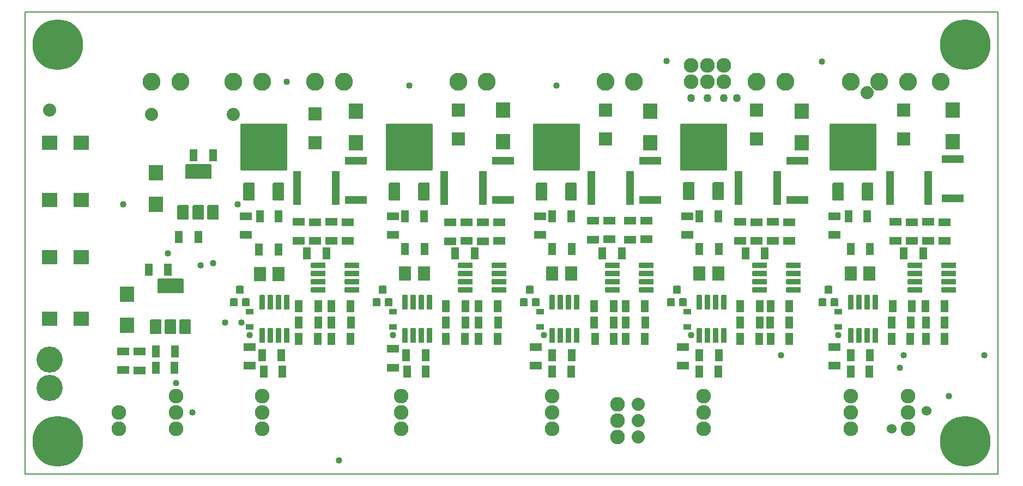
<source format=gbr>
G04 PROTEUS GERBER X2 FILE*
%TF.GenerationSoftware,Labcenter,Proteus,8.7-SP3-Build25561*%
%TF.CreationDate,2021-04-27T11:42:45+00:00*%
%TF.FileFunction,Soldermask,Top*%
%TF.FilePolarity,Negative*%
%TF.Part,Single*%
%TF.SameCoordinates,{6203c4a4-ae23-4678-9b2e-be1f49d5fe9b}*%
%FSLAX45Y45*%
%MOMM*%
G01*
%TA.AperFunction,Material*%
%ADD43C,1.524000*%
%ADD44C,1.016000*%
%ADD45C,2.032000*%
%ADD46C,1.270000*%
%AMPPAD041*
4,1,4,
0.596900,-2.654300,
-0.596900,-2.654300,
-0.596900,2.654300,
0.596900,2.654300,
0.596900,-2.654300,
0*%
%TA.AperFunction,Material*%
%ADD47PPAD041*%
%TA.AperFunction,Material*%
%ADD48C,4.064000*%
%ADD49C,2.794000*%
%ADD50C,2.286000*%
%AMPPAD045*
4,1,36,
-0.762000,1.143000,
0.762000,1.143000,
0.787970,1.140470,
0.811980,1.133200,
0.833580,1.121650,
0.852290,1.106290,
0.867650,1.087570,
0.879200,1.065980,
0.886470,1.041970,
0.889000,1.016000,
0.889000,-1.016000,
0.886470,-1.041970,
0.879200,-1.065980,
0.867650,-1.087570,
0.852290,-1.106290,
0.833580,-1.121650,
0.811980,-1.133200,
0.787970,-1.140470,
0.762000,-1.143000,
-0.762000,-1.143000,
-0.787970,-1.140470,
-0.811980,-1.133200,
-0.833580,-1.121650,
-0.852290,-1.106290,
-0.867650,-1.087570,
-0.879200,-1.065980,
-0.886470,-1.041970,
-0.889000,-1.016000,
-0.889000,1.016000,
-0.886470,1.041970,
-0.879200,1.065980,
-0.867650,1.087570,
-0.852290,1.106290,
-0.833580,1.121650,
-0.811980,1.133200,
-0.787970,1.140470,
-0.762000,1.143000,
0*%
%TA.AperFunction,Material*%
%ADD51PPAD045*%
%AMPPAD046*
4,1,36,
2.032000,1.016000,
2.032000,-1.016000,
2.029470,-1.041970,
2.022200,-1.065980,
2.010650,-1.087580,
1.995290,-1.106290,
1.976570,-1.121650,
1.954980,-1.133200,
1.930970,-1.140470,
1.905000,-1.143000,
-1.905000,-1.143000,
-1.930970,-1.140470,
-1.954980,-1.133200,
-1.976570,-1.121650,
-1.995290,-1.106290,
-2.010650,-1.087580,
-2.022200,-1.065980,
-2.029470,-1.041970,
-2.032000,-1.016000,
-2.032000,1.016000,
-2.029470,1.041970,
-2.022200,1.065980,
-2.010650,1.087580,
-1.995290,1.106290,
-1.976570,1.121650,
-1.954980,1.133200,
-1.930970,1.140470,
-1.905000,1.143000,
1.905000,1.143000,
1.930970,1.140470,
1.954980,1.133200,
1.976570,1.121650,
1.995290,1.106290,
2.010650,1.087580,
2.022200,1.065980,
2.029470,1.041970,
2.032000,1.016000,
0*%
%ADD52PPAD046*%
%AMPPAD047*
4,1,4,
-0.571500,0.901700,
0.571500,0.901700,
0.571500,-0.901700,
-0.571500,-0.901700,
-0.571500,0.901700,
0*%
%TA.AperFunction,Material*%
%ADD53PPAD047*%
%AMPPAD048*
4,1,4,
1.054100,-1.054100,
-1.054100,-1.054100,
-1.054100,1.054100,
1.054100,1.054100,
1.054100,-1.054100,
0*%
%ADD54PPAD048*%
%AMPPAD049*
4,1,4,
1.130300,-1.181100,
-1.130300,-1.181100,
-1.130300,1.181100,
1.130300,1.181100,
1.130300,-1.181100,
0*%
%ADD55PPAD049*%
%AMPPAD050*
4,1,4,
1.701800,0.622300,
1.701800,-0.622300,
-1.701800,-0.622300,
-1.701800,0.622300,
1.701800,0.622300,
0*%
%ADD56PPAD050*%
%AMPPAD051*
4,1,36,
-3.492500,3.619500,
3.492500,3.619500,
3.518470,3.616970,
3.542480,3.609700,
3.564080,3.598150,
3.582790,3.582790,
3.598150,3.564070,
3.609700,3.542480,
3.616970,3.518470,
3.619500,3.492500,
3.619500,-3.492500,
3.616970,-3.518470,
3.609700,-3.542480,
3.598150,-3.564070,
3.582790,-3.582790,
3.564080,-3.598150,
3.542480,-3.609700,
3.518470,-3.616970,
3.492500,-3.619500,
-3.492500,-3.619500,
-3.518470,-3.616970,
-3.542480,-3.609700,
-3.564080,-3.598150,
-3.582790,-3.582790,
-3.598150,-3.564070,
-3.609700,-3.542480,
-3.616970,-3.518470,
-3.619500,-3.492500,
-3.619500,3.492500,
-3.616970,3.518470,
-3.609700,3.542480,
-3.598150,3.564070,
-3.582790,3.582790,
-3.564080,3.598150,
-3.542480,3.609700,
-3.518470,3.616970,
-3.492500,3.619500,
0*%
%TA.AperFunction,Material*%
%ADD57PPAD051*%
%AMPPAD052*
4,1,36,
-0.762000,1.397000,
0.762000,1.397000,
0.787970,1.394470,
0.811980,1.387200,
0.833580,1.375650,
0.852290,1.360290,
0.867650,1.341570,
0.879200,1.319980,
0.886470,1.295970,
0.889000,1.270000,
0.889000,-1.270000,
0.886470,-1.295970,
0.879200,-1.319980,
0.867650,-1.341570,
0.852290,-1.360290,
0.833580,-1.375650,
0.811980,-1.387200,
0.787970,-1.394470,
0.762000,-1.397000,
-0.762000,-1.397000,
-0.787970,-1.394470,
-0.811980,-1.387200,
-0.833580,-1.375650,
-0.852290,-1.360290,
-0.867650,-1.341570,
-0.879200,-1.319980,
-0.886470,-1.295970,
-0.889000,-1.270000,
-0.889000,1.270000,
-0.886470,1.295970,
-0.879200,1.319980,
-0.867650,1.341570,
-0.852290,1.360290,
-0.833580,1.375650,
-0.811980,1.387200,
-0.787970,1.394470,
-0.762000,1.397000,
0*%
%ADD58PPAD052*%
%AMPPAD053*
4,1,36,
0.317500,-1.143000,
-0.317500,-1.143000,
-0.343470,-1.140470,
-0.367480,-1.133200,
-0.389080,-1.121650,
-0.407790,-1.106290,
-0.423150,-1.087570,
-0.434700,-1.065980,
-0.441970,-1.041970,
-0.444500,-1.016000,
-0.444500,1.016000,
-0.441970,1.041970,
-0.434700,1.065980,
-0.423150,1.087570,
-0.407790,1.106290,
-0.389080,1.121650,
-0.367480,1.133200,
-0.343470,1.140470,
-0.317500,1.143000,
0.317500,1.143000,
0.343470,1.140470,
0.367480,1.133200,
0.389080,1.121650,
0.407790,1.106290,
0.423150,1.087570,
0.434700,1.065980,
0.441970,1.041970,
0.444500,1.016000,
0.444500,-1.016000,
0.441970,-1.041970,
0.434700,-1.065980,
0.423150,-1.087570,
0.407790,-1.106290,
0.389080,-1.121650,
0.367480,-1.133200,
0.343470,-1.140470,
0.317500,-1.143000,
0*%
%TA.AperFunction,Material*%
%ADD59PPAD053*%
%AMPPAD054*
4,1,4,
0.901700,0.571500,
0.901700,-0.571500,
-0.901700,-0.571500,
-0.901700,0.571500,
0.901700,0.571500,
0*%
%TA.AperFunction,Material*%
%ADD60PPAD054*%
%AMPPAD055*
4,1,4,
-0.901700,1.130300,
0.901700,1.130300,
0.901700,-1.130300,
-0.901700,-1.130300,
-0.901700,1.130300,
0*%
%ADD61PPAD055*%
%AMPPAD056*
4,1,36,
0.571500,0.317500,
0.571500,-0.317500,
0.568970,-0.343470,
0.561700,-0.367480,
0.550150,-0.389080,
0.534790,-0.407790,
0.516070,-0.423150,
0.494480,-0.434700,
0.470470,-0.441970,
0.444500,-0.444500,
-0.444500,-0.444500,
-0.470470,-0.441970,
-0.494480,-0.434700,
-0.516070,-0.423150,
-0.534790,-0.407790,
-0.550150,-0.389080,
-0.561700,-0.367480,
-0.568970,-0.343470,
-0.571500,-0.317500,
-0.571500,0.317500,
-0.568970,0.343470,
-0.561700,0.367480,
-0.550150,0.389080,
-0.534790,0.407790,
-0.516070,0.423150,
-0.494480,0.434700,
-0.470470,0.441970,
-0.444500,0.444500,
0.444500,0.444500,
0.470470,0.441970,
0.494480,0.434700,
0.516070,0.423150,
0.534790,0.407790,
0.550150,0.389080,
0.561700,0.367480,
0.568970,0.343470,
0.571500,0.317500,
0*%
%ADD62PPAD056*%
%AMPPAD057*
4,1,36,
0.444500,-0.635000,
-0.444500,-0.635000,
-0.470470,-0.632470,
-0.494480,-0.625200,
-0.516080,-0.613650,
-0.534790,-0.598290,
-0.550150,-0.579570,
-0.561700,-0.557980,
-0.568970,-0.533970,
-0.571500,-0.508000,
-0.571500,0.508000,
-0.568970,0.533970,
-0.561700,0.557980,
-0.550150,0.579570,
-0.534790,0.598290,
-0.516080,0.613650,
-0.494480,0.625200,
-0.470470,0.632470,
-0.444500,0.635000,
0.444500,0.635000,
0.470470,0.632470,
0.494480,0.625200,
0.516080,0.613650,
0.534790,0.598290,
0.550150,0.579570,
0.561700,0.557980,
0.568970,0.533970,
0.571500,0.508000,
0.571500,-0.508000,
0.568970,-0.533970,
0.561700,-0.557980,
0.550150,-0.579570,
0.534790,-0.598290,
0.516080,-0.613650,
0.494480,-0.625200,
0.470470,-0.632470,
0.444500,-0.635000,
0*%
%TA.AperFunction,Material*%
%ADD63PPAD057*%
%AMPPAD058*
4,1,36,
-1.143000,-0.317500,
-1.143000,0.317500,
-1.140470,0.343470,
-1.133200,0.367480,
-1.121650,0.389080,
-1.106290,0.407790,
-1.087570,0.423150,
-1.065980,0.434700,
-1.041970,0.441970,
-1.016000,0.444500,
1.016000,0.444500,
1.041970,0.441970,
1.065980,0.434700,
1.087570,0.423150,
1.106290,0.407790,
1.121650,0.389080,
1.133200,0.367480,
1.140470,0.343470,
1.143000,0.317500,
1.143000,-0.317500,
1.140470,-0.343470,
1.133200,-0.367480,
1.121650,-0.389080,
1.106290,-0.407790,
1.087570,-0.423150,
1.065980,-0.434700,
1.041970,-0.441970,
1.016000,-0.444500,
-1.016000,-0.444500,
-1.041970,-0.441970,
-1.065980,-0.434700,
-1.087570,-0.423150,
-1.106290,-0.407790,
-1.121650,-0.389080,
-1.133200,-0.367480,
-1.140470,-0.343470,
-1.143000,-0.317500,
0*%
%TA.AperFunction,Material*%
%ADD64PPAD058*%
%AMPPAD059*
4,1,4,
-1.181100,-1.130300,
-1.181100,1.130300,
1.181100,1.130300,
1.181100,-1.130300,
-1.181100,-1.130300,
0*%
%TA.AperFunction,Material*%
%ADD65PPAD059*%
%TA.AperFunction,Material*%
%ADD66C,7.874000*%
%TA.AperFunction,Profile*%
%ADD37C,0.203200*%
%TD.AperFunction*%
D43*
X+6858000Y-3556000D03*
D44*
X-4381500Y-825500D03*
X-3873500Y-1016000D03*
X-3111500Y-2095500D03*
X-889000Y-2095500D03*
X+1460500Y-2095500D03*
X+3746500Y-2095500D03*
X+6032500Y-2095500D03*
X-5080000Y-63500D03*
D45*
X-4635500Y+1333500D03*
X-3365500Y+1333500D03*
X+6477000Y+1667185D03*
X+2921000Y-3175000D03*
X+2921000Y-3429000D03*
X+2921000Y-3683000D03*
D46*
X+4457601Y+1587500D03*
X+4254500Y+1587500D03*
X+4000500Y+1587500D03*
X+3746500Y+1587500D03*
D44*
X-4000500Y-3302000D03*
X-4254500Y-2844450D03*
D43*
X+7400945Y-3273445D03*
D44*
X+7747000Y-3048000D03*
X+7048500Y-2413000D03*
X+5143500Y-2413000D03*
X+6985000Y-2603500D03*
X+8295505Y-2412861D03*
D45*
X-6223000Y+1397000D03*
D44*
X+3365500Y+2159000D03*
X+5774838Y+2150575D03*
X+1651000Y+1778000D03*
X-635000Y+1778000D03*
X-2540000Y+1841500D03*
X-3684182Y-979154D03*
X-1724959Y-4050313D03*
X-3302000Y-63500D03*
X-3492500Y-1905000D03*
X-3238500Y-1905000D03*
D47*
X-1778000Y+190500D03*
X-2378000Y+190500D03*
D48*
X-6223000Y-2476500D03*
X-6223000Y-2921000D03*
D49*
X-2095500Y+1841500D03*
X-1651000Y+1841500D03*
D50*
X-2921000Y-3556000D03*
X-2921000Y-3048000D03*
X-2921000Y-3302000D03*
D51*
X-4145280Y-190500D03*
D52*
X-3914140Y+439420D03*
D51*
X-3914140Y-190500D03*
X-3683000Y-190500D03*
D53*
X-3983000Y+698500D03*
X-3683000Y+698500D03*
X-4214140Y-571500D03*
X-3914140Y-571500D03*
D54*
X-2095500Y+1339000D03*
X-2095500Y+889000D03*
D55*
X-1460500Y+889000D03*
X-1460500Y+1379000D03*
X-4572000Y-63500D03*
X-4572000Y+426500D03*
D56*
X-1460500Y+610000D03*
X-1460500Y+0D03*
D57*
X-2895600Y+817880D03*
D58*
X-3124200Y+127000D03*
X-2667000Y+127000D03*
D59*
X-2921000Y-2108200D03*
X-2794000Y-2108200D03*
X-2667000Y-2108200D03*
X-2540000Y-2108200D03*
X-2540000Y-1587500D03*
X-2667000Y-1587500D03*
X-2794000Y-1587500D03*
X-2921000Y-1587500D03*
D53*
X-2667000Y-254000D03*
X-2957000Y-254000D03*
D60*
X-3175000Y-254000D03*
X-3175000Y-544000D03*
D53*
X-2967000Y-768350D03*
X-2667000Y-768350D03*
D61*
X-2957000Y-1149350D03*
X-2667000Y-1149350D03*
D62*
X-3111500Y-1968500D03*
X-3111500Y-1733550D03*
D53*
X-2921000Y-2413000D03*
X-2621000Y-2413000D03*
X-2893500Y-2667000D03*
X-2603500Y-2667000D03*
D63*
X-3268980Y-1397000D03*
X-3362960Y-1587500D03*
X-3175000Y-1587500D03*
D60*
X-3111500Y-2286000D03*
X-3111500Y-2576000D03*
X-1587500Y-635000D03*
X-1587500Y-345000D03*
X-2095500Y-635000D03*
X-2095500Y-345000D03*
X-1841500Y-335000D03*
X-1841500Y-635000D03*
D64*
X-2044700Y-1016000D03*
X-2044700Y-1143000D03*
X-2044700Y-1270000D03*
X-2044700Y-1397000D03*
X-1524000Y-1397000D03*
X-1524000Y-1270000D03*
X-1524000Y-1143000D03*
X-1524000Y-1016000D03*
D53*
X-2222500Y-825500D03*
X-1922500Y-825500D03*
X-1841500Y-2159000D03*
X-1551500Y-2159000D03*
X-1841500Y-1651000D03*
X-1551500Y-1651000D03*
X-2349500Y-2159000D03*
X-2059500Y-2159000D03*
X-2349500Y-1651000D03*
X-2049500Y-1651000D03*
X-2349500Y-1905000D03*
X-2049500Y-1905000D03*
X-1841500Y-1905000D03*
X-1541500Y-1905000D03*
D60*
X-2349500Y-335000D03*
X-2349500Y-635000D03*
D57*
X-635000Y+817880D03*
D58*
X-863600Y+127000D03*
X-406400Y+127000D03*
D47*
X+508000Y+190500D03*
X-92000Y+190500D03*
D54*
X+127000Y+1397000D03*
X+127000Y+947000D03*
D55*
X+825500Y+907000D03*
X+825500Y+1397000D03*
D56*
X+825500Y+610000D03*
X+825500Y+0D03*
D64*
X+241300Y-1016000D03*
X+241300Y-1143000D03*
X+241300Y-1270000D03*
X+241300Y-1397000D03*
X+762000Y-1397000D03*
X+762000Y-1270000D03*
X+762000Y-1143000D03*
X+762000Y-1016000D03*
D60*
X-889000Y-254000D03*
X-889000Y-544000D03*
D53*
X-408500Y-254000D03*
X-698500Y-254000D03*
X-698500Y-762000D03*
X-398500Y-762000D03*
D61*
X-698500Y-1143000D03*
X-408500Y-1143000D03*
D63*
X-1046480Y-1397000D03*
X-1140460Y-1587500D03*
X-952500Y-1587500D03*
D62*
X-889000Y-1968500D03*
X-889000Y-1733550D03*
D59*
X-698500Y-2108200D03*
X-571500Y-2108200D03*
X-444500Y-2108200D03*
X-317500Y-2108200D03*
X-317500Y-1587500D03*
X-444500Y-1587500D03*
X-571500Y-1587500D03*
X-698500Y-1587500D03*
D60*
X-889000Y-2313500D03*
X-889000Y-2603500D03*
D53*
X-671000Y-2667000D03*
X-381000Y-2667000D03*
X-681000Y-2413000D03*
X-381000Y-2413000D03*
D60*
X+0Y-345000D03*
X+0Y-645000D03*
X+508000Y-345000D03*
X+508000Y-645000D03*
X+762000Y-635000D03*
X+762000Y-345000D03*
X+254000Y-635000D03*
X+254000Y-345000D03*
D53*
X+81000Y-825500D03*
X+381000Y-825500D03*
X-63500Y-1651000D03*
X+236500Y-1651000D03*
X-63500Y-1905000D03*
X+236500Y-1905000D03*
X-63500Y-2159000D03*
X+226500Y-2159000D03*
X+444500Y-1651000D03*
X+734500Y-1651000D03*
X+444500Y-2159000D03*
X+734500Y-2159000D03*
X+444500Y-1905000D03*
X+744500Y-1905000D03*
D49*
X+571500Y+1841500D03*
X+127000Y+1841500D03*
D50*
X-762000Y-3556000D03*
X-762000Y-3302000D03*
X-762000Y-3048000D03*
D55*
X+3111500Y+889000D03*
X+3111500Y+1379000D03*
D54*
X+2413000Y+1397000D03*
X+2413000Y+947000D03*
D62*
X+1397000Y-1968500D03*
X+1397000Y-1733550D03*
D47*
X+2794000Y+190500D03*
X+2194000Y+190500D03*
D63*
X+1239520Y-1397000D03*
X+1145540Y-1587500D03*
X+1333500Y-1587500D03*
D57*
X+1651000Y+817880D03*
D58*
X+1422400Y+127000D03*
X+1879600Y+127000D03*
D50*
X+1587500Y-3302000D03*
X+1587500Y-3556000D03*
X+1587500Y-3048000D03*
D64*
X+2527300Y-1016000D03*
X+2527300Y-1143000D03*
X+2527300Y-1270000D03*
X+2527300Y-1397000D03*
X+3048000Y-1397000D03*
X+3048000Y-1270000D03*
X+3048000Y-1143000D03*
X+3048000Y-1016000D03*
D59*
X+1587500Y-2108200D03*
X+1714500Y-2108200D03*
X+1841500Y-2108200D03*
X+1968500Y-2108200D03*
X+1968500Y-1587500D03*
X+1841500Y-1587500D03*
X+1714500Y-1587500D03*
X+1587500Y-1587500D03*
D56*
X+3111500Y+610000D03*
X+3111500Y+0D03*
D49*
X+2857500Y+1841500D03*
X+2413000Y+1841500D03*
D53*
X+1587500Y-762000D03*
X+1887500Y-762000D03*
D61*
X+1587500Y-1143000D03*
X+1877500Y-1143000D03*
D60*
X+1397000Y-254000D03*
X+1397000Y-544000D03*
D53*
X+1877500Y-254000D03*
X+1587500Y-254000D03*
X+1587500Y-2667000D03*
X+1877500Y-2667000D03*
D60*
X+1333500Y-2286000D03*
X+1333500Y-2576000D03*
D53*
X+1587500Y-2413000D03*
X+1887500Y-2413000D03*
D60*
X+2222500Y-317500D03*
X+2222500Y-617500D03*
X+2476500Y-607500D03*
X+2476500Y-317500D03*
X+3048000Y-607500D03*
X+3048000Y-317500D03*
X+2794000Y-617500D03*
X+2794000Y-317500D03*
D53*
X+2367000Y-825500D03*
X+2667000Y-825500D03*
X+2730500Y-2159000D03*
X+3020500Y-2159000D03*
X+2730500Y-1651000D03*
X+3020500Y-1651000D03*
X+2250000Y-2159000D03*
X+2540000Y-2159000D03*
X+2240000Y-1905000D03*
X+2540000Y-1905000D03*
X+2730500Y-1905000D03*
X+3030500Y-1905000D03*
X+2240000Y-1651000D03*
X+2540000Y-1651000D03*
D55*
X+5461000Y+889000D03*
X+5461000Y+1379000D03*
D54*
X+4762500Y+1397000D03*
X+4762500Y+947000D03*
D62*
X+3683000Y-1968500D03*
X+3683000Y-1733550D03*
D50*
X+3937000Y-3556000D03*
X+6223000Y-3556000D03*
X+3937000Y-3048000D03*
X+6223000Y-3048000D03*
D47*
X+5080000Y+190500D03*
X+4480000Y+190500D03*
D50*
X+3937000Y-3302000D03*
X+6223000Y-3302000D03*
D63*
X+3525520Y-1397000D03*
X+3431540Y-1587500D03*
X+3619500Y-1587500D03*
D57*
X+3937000Y+825500D03*
D58*
X+3708400Y+134620D03*
X+4165600Y+134620D03*
D63*
X+5875020Y-1397000D03*
X+5781040Y-1587500D03*
X+5969000Y-1587500D03*
D57*
X+6261100Y+817880D03*
D58*
X+6032500Y+127000D03*
X+6489700Y+127000D03*
D49*
X+5207000Y+1841500D03*
X+4762500Y+1841500D03*
X+7620000Y+1841500D03*
X+7112000Y+1841500D03*
D56*
X+5397500Y+610000D03*
X+5397500Y+0D03*
X+7810500Y+635000D03*
X+7810500Y+25000D03*
D64*
X+4813300Y-1016000D03*
X+4813300Y-1143000D03*
X+4813300Y-1270000D03*
X+4813300Y-1397000D03*
X+5334000Y-1397000D03*
X+5334000Y-1270000D03*
X+5334000Y-1143000D03*
X+5334000Y-1016000D03*
D59*
X+3873500Y-2108200D03*
X+4000500Y-2108200D03*
X+4127500Y-2108200D03*
X+4254500Y-2108200D03*
X+4254500Y-1587500D03*
X+4127500Y-1587500D03*
X+4000500Y-1587500D03*
X+3873500Y-1587500D03*
D64*
X+7226300Y-1016000D03*
X+7226300Y-1143000D03*
X+7226300Y-1270000D03*
X+7226300Y-1397000D03*
X+7747000Y-1397000D03*
X+7747000Y-1270000D03*
X+7747000Y-1143000D03*
X+7747000Y-1016000D03*
D59*
X+6223000Y-2108200D03*
X+6350000Y-2108200D03*
X+6477000Y-2108200D03*
X+6604000Y-2108200D03*
X+6604000Y-1587500D03*
X+6477000Y-1587500D03*
X+6350000Y-1587500D03*
X+6223000Y-1587500D03*
D53*
X+3873500Y-2413000D03*
X+4173500Y-2413000D03*
X+3873500Y-762000D03*
X+4173500Y-762000D03*
D61*
X+3873500Y-1143000D03*
X+4163500Y-1143000D03*
D60*
X+3619500Y-2286000D03*
X+3619500Y-2576000D03*
X+3683000Y-254000D03*
X+3683000Y-544000D03*
D53*
X+4163500Y-254000D03*
X+3873500Y-254000D03*
X+3873500Y-2667000D03*
X+4163500Y-2667000D03*
D60*
X+5270500Y-635000D03*
X+5270500Y-345000D03*
X+4762500Y-635000D03*
X+4762500Y-345000D03*
D53*
X+4508500Y-2159000D03*
X+4798500Y-2159000D03*
X+4589500Y-825500D03*
X+4889500Y-825500D03*
D60*
X+5016500Y-335000D03*
X+5016500Y-635000D03*
X+4508500Y-335000D03*
X+4508500Y-635000D03*
D53*
X+4980500Y-2159000D03*
X+5270500Y-2159000D03*
X+4980500Y-1651000D03*
X+5270500Y-1651000D03*
X+7393500Y-2159000D03*
X+7683500Y-2159000D03*
X+4508500Y-1905000D03*
X+4808500Y-1905000D03*
X+4970500Y-1905000D03*
X+5270500Y-1905000D03*
X+4508500Y-1651000D03*
X+4808500Y-1651000D03*
D55*
X+7810500Y+907000D03*
X+7810500Y+1397000D03*
D54*
X+7048500Y+1397000D03*
X+7048500Y+947000D03*
D62*
X+6032500Y-1968500D03*
X+6032500Y-1733550D03*
D47*
X+7429500Y+190500D03*
X+6829500Y+190500D03*
D53*
X+6858000Y-1905000D03*
X+7158000Y-1905000D03*
X+6223000Y-762000D03*
X+6523000Y-762000D03*
D61*
X+6223000Y-1143000D03*
X+6513000Y-1143000D03*
D60*
X+5969000Y-254000D03*
X+5969000Y-544000D03*
D53*
X+6477000Y-254000D03*
X+6187000Y-254000D03*
D60*
X+5969000Y-2286000D03*
X+5969000Y-2576000D03*
D53*
X+6223000Y-2667000D03*
X+6513000Y-2667000D03*
X+6223000Y-2413000D03*
X+6523000Y-2413000D03*
X+7048500Y-825500D03*
X+7348500Y-825500D03*
X+7383500Y-1651000D03*
X+7683500Y-1651000D03*
D60*
X+7429500Y-335000D03*
X+7429500Y-635000D03*
D53*
X+6875500Y-1651000D03*
X+7175500Y-1651000D03*
D60*
X+6921500Y-335000D03*
X+6921500Y-635000D03*
D53*
X+7393500Y-1905000D03*
X+7683500Y-1905000D03*
D60*
X+7683500Y-635000D03*
X+7683500Y-345000D03*
X+7175500Y-635000D03*
X+7175500Y-345000D03*
D53*
X+6858000Y-2159000D03*
X+7148000Y-2159000D03*
D50*
X+7112000Y-3302000D03*
X+7112000Y-3556000D03*
X+7112000Y-3048000D03*
D49*
X+6667500Y+1841500D03*
X+6223000Y+1841500D03*
D50*
X-4254500Y-3556000D03*
D51*
X-4572000Y-1968500D03*
D52*
X-4340860Y-1338580D03*
D51*
X-4340860Y-1968500D03*
X-4109720Y-1968500D03*
D53*
X-4572000Y-2349500D03*
X-4272000Y-2349500D03*
X-4681500Y-1079500D03*
X-4381500Y-1079500D03*
D55*
X-5016500Y-1460500D03*
X-5016500Y-1950500D03*
D65*
X-6223000Y+889000D03*
X-5733000Y+889000D03*
X-6223000Y+0D03*
X-5733000Y+0D03*
X-6223000Y-889000D03*
X-5733000Y-889000D03*
X-6223000Y-1841500D03*
X-5733000Y-1841500D03*
D66*
X-6096000Y-3746500D03*
X-6096000Y+2413000D03*
X+8001000Y+2413000D03*
X+8001000Y-3746500D03*
D49*
X-4191000Y+1841500D03*
X-4635500Y+1841500D03*
X-2921000Y+1841500D03*
X-3365500Y+1841500D03*
D50*
X-4254500Y-3048000D03*
X-4254500Y-3302000D03*
X+3746500Y+2095500D03*
X+2603500Y-3175000D03*
X+3746500Y+1841500D03*
X+4000500Y+2095500D03*
X+2603500Y-3429000D03*
X+4000500Y+1841500D03*
X+4254500Y+2095500D03*
X+2603500Y-3683000D03*
X+4254500Y+1841500D03*
D60*
X-4826000Y-2349500D03*
X-4826000Y-2649500D03*
D53*
X-4572000Y-2603500D03*
X-4282000Y-2603500D03*
D60*
X-5080000Y-2349500D03*
X-5080000Y-2639500D03*
D50*
X-5143500Y-3302000D03*
X-5143500Y-3556000D03*
D37*
X-6604000Y-4254500D02*
X+8509000Y-4254500D01*
X+8509000Y+2921000D01*
X-6604000Y+2921000D01*
X-6604000Y-4254500D01*
M02*

</source>
